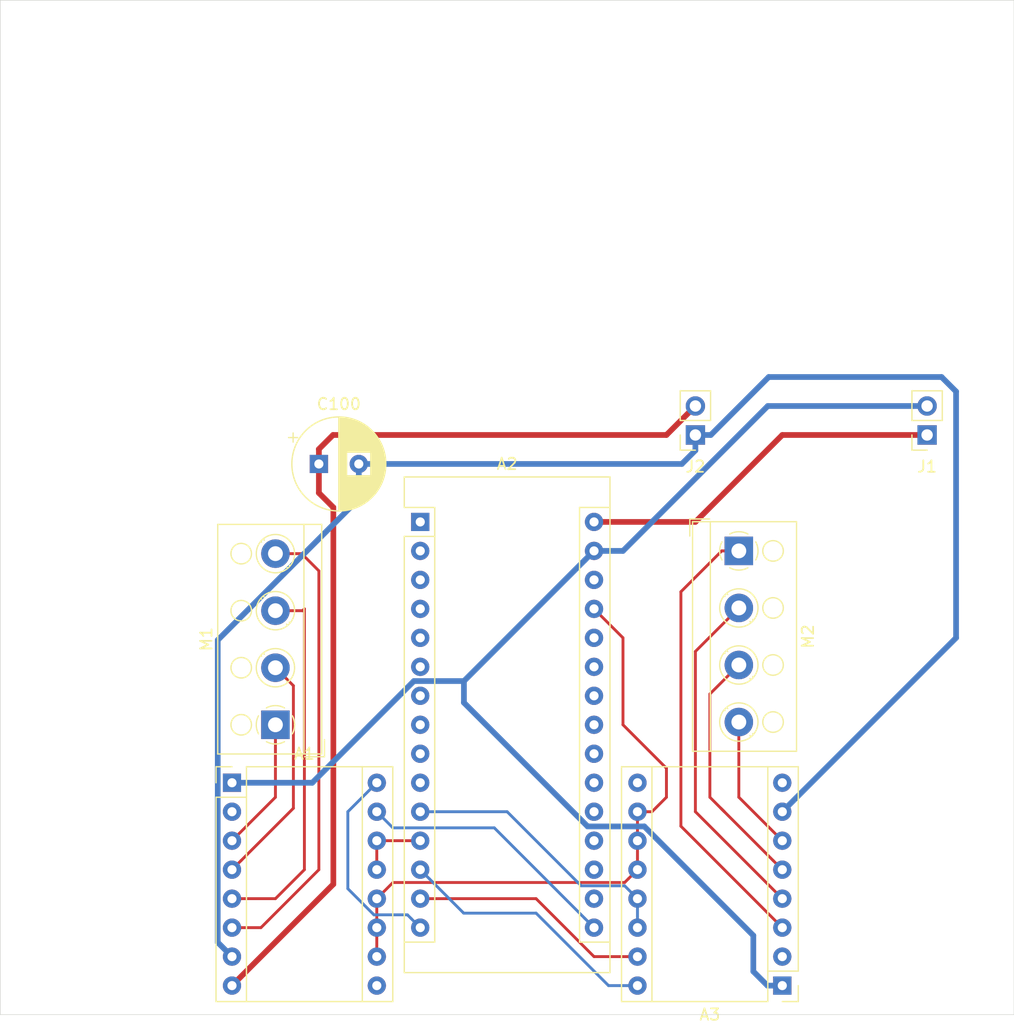
<source format=kicad_pcb>
(kicad_pcb (version 20171130) (host pcbnew 5.1.5)

  (general
    (thickness 1.6)
    (drawings 4)
    (tracks 111)
    (zones 0)
    (modules 8)
    (nets 46)
  )

  (page A4)
  (layers
    (0 F.Cu signal)
    (31 B.Cu signal)
    (32 B.Adhes user)
    (33 F.Adhes user)
    (34 B.Paste user)
    (35 F.Paste user)
    (36 B.SilkS user)
    (37 F.SilkS user)
    (38 B.Mask user)
    (39 F.Mask user)
    (40 Dwgs.User user)
    (41 Cmts.User user)
    (42 Eco1.User user)
    (43 Eco2.User user)
    (44 Edge.Cuts user)
    (45 Margin user)
    (46 B.CrtYd user)
    (47 F.CrtYd user)
    (48 B.Fab user)
    (49 F.Fab user)
  )

  (setup
    (last_trace_width 0.5)
    (user_trace_width 0.25)
    (user_trace_width 0.5)
    (trace_clearance 0.2)
    (zone_clearance 0.508)
    (zone_45_only no)
    (trace_min 0.25)
    (via_size 0.8)
    (via_drill 0.4)
    (via_min_size 0.4)
    (via_min_drill 0.3)
    (uvia_size 0.3)
    (uvia_drill 0.1)
    (uvias_allowed no)
    (uvia_min_size 0.2)
    (uvia_min_drill 0.1)
    (edge_width 0.05)
    (segment_width 0.2)
    (pcb_text_width 0.3)
    (pcb_text_size 1.5 1.5)
    (mod_edge_width 0.12)
    (mod_text_size 1 1)
    (mod_text_width 0.15)
    (pad_size 1.524 1.524)
    (pad_drill 0.762)
    (pad_to_mask_clearance 0.051)
    (solder_mask_min_width 0.25)
    (aux_axis_origin 0 0)
    (visible_elements 7FFDFFFF)
    (pcbplotparams
      (layerselection 0x010fc_ffffffff)
      (usegerberextensions false)
      (usegerberattributes false)
      (usegerberadvancedattributes false)
      (creategerberjobfile false)
      (excludeedgelayer true)
      (linewidth 0.100000)
      (plotframeref false)
      (viasonmask false)
      (mode 1)
      (useauxorigin false)
      (hpglpennumber 1)
      (hpglpenspeed 20)
      (hpglpendiameter 15.000000)
      (psnegative false)
      (psa4output false)
      (plotreference true)
      (plotvalue true)
      (plotinvisibletext false)
      (padsonsilk false)
      (subtractmaskfromsilk false)
      (outputformat 1)
      (mirror false)
      (drillshape 1)
      (scaleselection 1)
      (outputdirectory ""))
  )

  (net 0 "")
  (net 1 "Net-(A1-Pad16)")
  (net 2 +12V)
  (net 3 "Net-(A1-Pad15)")
  (net 4 GND)
  (net 5 "Net-(A1-Pad13)")
  (net 6 "Net-(A1-Pad6)")
  (net 7 "Net-(A1-Pad5)")
  (net 8 "Net-(A1-Pad10)")
  (net 9 "Net-(A1-Pad4)")
  (net 10 "Net-(A1-Pad3)")
  (net 11 "Net-(A1-Pad2)")
  (net 12 "Net-(A1-Pad9)")
  (net 13 "Net-(A1-Pad1)")
  (net 14 "Net-(A2-Pad30)")
  (net 15 "Net-(A2-Pad14)")
  (net 16 "Net-(A2-Pad13)")
  (net 17 "Net-(A2-Pad28)")
  (net 18 "Net-(A2-Pad11)")
  (net 19 "Net-(A2-Pad26)")
  (net 20 "Net-(A2-Pad10)")
  (net 21 "Net-(A2-Pad25)")
  (net 22 "Net-(A2-Pad9)")
  (net 23 "Net-(A2-Pad24)")
  (net 24 "Net-(A2-Pad8)")
  (net 25 "Net-(A2-Pad23)")
  (net 26 "Net-(A2-Pad7)")
  (net 27 "Net-(A2-Pad22)")
  (net 28 "Net-(A2-Pad6)")
  (net 29 "Net-(A2-Pad21)")
  (net 30 "Net-(A2-Pad5)")
  (net 31 "Net-(A2-Pad20)")
  (net 32 "Net-(A2-Pad4)")
  (net 33 "Net-(A2-Pad19)")
  (net 34 "Net-(A2-Pad3)")
  (net 35 "Net-(A2-Pad18)")
  (net 36 "Net-(A2-Pad2)")
  (net 37 "Net-(A2-Pad17)")
  (net 38 "Net-(A2-Pad1)")
  (net 39 "Net-(A3-Pad8)")
  (net 40 "Net-(A3-Pad6)")
  (net 41 "Net-(A3-Pad5)")
  (net 42 "Net-(A3-Pad4)")
  (net 43 "Net-(A3-Pad3)")
  (net 44 "Net-(A3-Pad2)")
  (net 45 "Net-(A3-Pad9)")

  (net_class Default "This is the default net class."
    (clearance 0.2)
    (trace_width 0.25)
    (via_dia 0.8)
    (via_drill 0.4)
    (uvia_dia 0.3)
    (uvia_drill 0.1)
    (diff_pair_width 0.25)
    (diff_pair_gap 0.25)
    (add_net GND)
    (add_net "Net-(A1-Pad1)")
    (add_net "Net-(A1-Pad10)")
    (add_net "Net-(A1-Pad13)")
    (add_net "Net-(A1-Pad15)")
    (add_net "Net-(A1-Pad16)")
    (add_net "Net-(A1-Pad2)")
    (add_net "Net-(A1-Pad3)")
    (add_net "Net-(A1-Pad4)")
    (add_net "Net-(A1-Pad5)")
    (add_net "Net-(A1-Pad6)")
    (add_net "Net-(A1-Pad9)")
    (add_net "Net-(A2-Pad1)")
    (add_net "Net-(A2-Pad10)")
    (add_net "Net-(A2-Pad11)")
    (add_net "Net-(A2-Pad13)")
    (add_net "Net-(A2-Pad14)")
    (add_net "Net-(A2-Pad17)")
    (add_net "Net-(A2-Pad18)")
    (add_net "Net-(A2-Pad19)")
    (add_net "Net-(A2-Pad2)")
    (add_net "Net-(A2-Pad20)")
    (add_net "Net-(A2-Pad21)")
    (add_net "Net-(A2-Pad22)")
    (add_net "Net-(A2-Pad23)")
    (add_net "Net-(A2-Pad24)")
    (add_net "Net-(A2-Pad25)")
    (add_net "Net-(A2-Pad26)")
    (add_net "Net-(A2-Pad28)")
    (add_net "Net-(A2-Pad3)")
    (add_net "Net-(A2-Pad30)")
    (add_net "Net-(A2-Pad4)")
    (add_net "Net-(A2-Pad5)")
    (add_net "Net-(A2-Pad6)")
    (add_net "Net-(A2-Pad7)")
    (add_net "Net-(A2-Pad8)")
    (add_net "Net-(A2-Pad9)")
    (add_net "Net-(A3-Pad2)")
    (add_net "Net-(A3-Pad3)")
    (add_net "Net-(A3-Pad4)")
    (add_net "Net-(A3-Pad5)")
    (add_net "Net-(A3-Pad6)")
    (add_net "Net-(A3-Pad8)")
    (add_net "Net-(A3-Pad9)")
  )

  (net_class Power ""
    (clearance 0.2)
    (trace_width 0.5)
    (via_dia 0.8)
    (via_drill 0.4)
    (uvia_dia 0.3)
    (uvia_drill 0.1)
    (diff_pair_width 0.5)
    (diff_pair_gap 0.25)
    (add_net +12V)
  )

  (module Module:Pololu_Breakout-16_15.2x20.3mm (layer F.Cu) (tedit 58AB602C) (tstamp 5E584039)
    (at 127 90.17)
    (descr "Pololu Breakout 16-pin 15.2x20.3mm 0.6x0.8\\")
    (tags "Pololu Breakout")
    (path /5E57F616)
    (fp_text reference A1 (at 6.35 -2.54) (layer F.SilkS)
      (effects (font (size 1 1) (thickness 0.15)))
    )
    (fp_text value Pololu_Breakout_DRV8825 (at 6.35 20.17) (layer F.Fab)
      (effects (font (size 1 1) (thickness 0.15)))
    )
    (fp_line (start 14.21 19.3) (end -1.53 19.3) (layer F.CrtYd) (width 0.05))
    (fp_line (start 14.21 19.3) (end 14.21 -1.52) (layer F.CrtYd) (width 0.05))
    (fp_line (start -1.53 -1.52) (end -1.53 19.3) (layer F.CrtYd) (width 0.05))
    (fp_line (start -1.53 -1.52) (end 14.21 -1.52) (layer F.CrtYd) (width 0.05))
    (fp_line (start -1.27 19.05) (end -1.27 0) (layer F.Fab) (width 0.1))
    (fp_line (start 13.97 19.05) (end -1.27 19.05) (layer F.Fab) (width 0.1))
    (fp_line (start 13.97 -1.27) (end 13.97 19.05) (layer F.Fab) (width 0.1))
    (fp_line (start 0 -1.27) (end 13.97 -1.27) (layer F.Fab) (width 0.1))
    (fp_line (start -1.27 0) (end 0 -1.27) (layer F.Fab) (width 0.1))
    (fp_line (start 14.1 -1.4) (end 1.27 -1.4) (layer F.SilkS) (width 0.12))
    (fp_line (start 14.1 19.18) (end 14.1 -1.4) (layer F.SilkS) (width 0.12))
    (fp_line (start -1.4 19.18) (end 14.1 19.18) (layer F.SilkS) (width 0.12))
    (fp_line (start -1.4 1.27) (end -1.4 19.18) (layer F.SilkS) (width 0.12))
    (fp_line (start 1.27 1.27) (end -1.4 1.27) (layer F.SilkS) (width 0.12))
    (fp_line (start 1.27 -1.4) (end 1.27 1.27) (layer F.SilkS) (width 0.12))
    (fp_line (start -1.4 -1.4) (end -1.4 0) (layer F.SilkS) (width 0.12))
    (fp_line (start 0 -1.4) (end -1.4 -1.4) (layer F.SilkS) (width 0.12))
    (fp_line (start 1.27 1.27) (end 1.27 19.18) (layer F.SilkS) (width 0.12))
    (fp_line (start 11.43 -1.4) (end 11.43 19.18) (layer F.SilkS) (width 0.12))
    (fp_text user %R (at 6.35 0) (layer F.Fab)
      (effects (font (size 1 1) (thickness 0.15)))
    )
    (pad 16 thru_hole oval (at 12.7 0) (size 1.6 1.6) (drill 0.8) (layers *.Cu *.Mask)
      (net 1 "Net-(A1-Pad16)"))
    (pad 8 thru_hole oval (at 0 17.78) (size 1.6 1.6) (drill 0.8) (layers *.Cu *.Mask)
      (net 2 +12V))
    (pad 15 thru_hole oval (at 12.7 2.54) (size 1.6 1.6) (drill 0.8) (layers *.Cu *.Mask)
      (net 3 "Net-(A1-Pad15)"))
    (pad 7 thru_hole oval (at 0 15.24) (size 1.6 1.6) (drill 0.8) (layers *.Cu *.Mask)
      (net 4 GND))
    (pad 14 thru_hole oval (at 12.7 5.08) (size 1.6 1.6) (drill 0.8) (layers *.Cu *.Mask)
      (net 5 "Net-(A1-Pad13)"))
    (pad 6 thru_hole oval (at 0 12.7) (size 1.6 1.6) (drill 0.8) (layers *.Cu *.Mask)
      (net 6 "Net-(A1-Pad6)"))
    (pad 13 thru_hole oval (at 12.7 7.62) (size 1.6 1.6) (drill 0.8) (layers *.Cu *.Mask)
      (net 5 "Net-(A1-Pad13)"))
    (pad 5 thru_hole oval (at 0 10.16) (size 1.6 1.6) (drill 0.8) (layers *.Cu *.Mask)
      (net 7 "Net-(A1-Pad5)"))
    (pad 12 thru_hole oval (at 12.7 10.16) (size 1.6 1.6) (drill 0.8) (layers *.Cu *.Mask)
      (net 8 "Net-(A1-Pad10)"))
    (pad 4 thru_hole oval (at 0 7.62) (size 1.6 1.6) (drill 0.8) (layers *.Cu *.Mask)
      (net 9 "Net-(A1-Pad4)"))
    (pad 11 thru_hole oval (at 12.7 12.7) (size 1.6 1.6) (drill 0.8) (layers *.Cu *.Mask)
      (net 8 "Net-(A1-Pad10)"))
    (pad 3 thru_hole oval (at 0 5.08) (size 1.6 1.6) (drill 0.8) (layers *.Cu *.Mask)
      (net 10 "Net-(A1-Pad3)"))
    (pad 10 thru_hole oval (at 12.7 15.24) (size 1.6 1.6) (drill 0.8) (layers *.Cu *.Mask)
      (net 8 "Net-(A1-Pad10)"))
    (pad 2 thru_hole oval (at 0 2.54) (size 1.6 1.6) (drill 0.8) (layers *.Cu *.Mask)
      (net 11 "Net-(A1-Pad2)"))
    (pad 9 thru_hole oval (at 12.7 17.78) (size 1.6 1.6) (drill 0.8) (layers *.Cu *.Mask)
      (net 12 "Net-(A1-Pad9)"))
    (pad 1 thru_hole rect (at 0 0) (size 1.6 1.6) (drill 0.8) (layers *.Cu *.Mask)
      (net 13 "Net-(A1-Pad1)"))
    (model ${KISYS3DMOD}/Module.3dshapes/Pololu_Breakout-16_15.2x20.3mm.wrl
      (at (xyz 0 0 0))
      (scale (xyz 1 1 1))
      (rotate (xyz 0 0 0))
    )
  )

  (module Connector_PinSocket_2.54mm:PinSocket_1x02_P2.54mm_Vertical (layer F.Cu) (tedit 5A19A420) (tstamp 5E5D52C7)
    (at 167.64 59.69 180)
    (descr "Through hole straight socket strip, 1x02, 2.54mm pitch, single row (from Kicad 4.0.7), script generated")
    (tags "Through hole socket strip THT 1x02 2.54mm single row")
    (path /5E5CF559)
    (fp_text reference J2 (at 0 -2.77) (layer F.SilkS)
      (effects (font (size 1 1) (thickness 0.15)))
    )
    (fp_text value - (at 0 5.31) (layer F.Fab)
      (effects (font (size 1 1) (thickness 0.15)))
    )
    (fp_text user %R (at 0 1.27 90) (layer F.Fab)
      (effects (font (size 1 1) (thickness 0.15)))
    )
    (fp_line (start -1.8 4.3) (end -1.8 -1.8) (layer F.CrtYd) (width 0.05))
    (fp_line (start 1.75 4.3) (end -1.8 4.3) (layer F.CrtYd) (width 0.05))
    (fp_line (start 1.75 -1.8) (end 1.75 4.3) (layer F.CrtYd) (width 0.05))
    (fp_line (start -1.8 -1.8) (end 1.75 -1.8) (layer F.CrtYd) (width 0.05))
    (fp_line (start 0 -1.33) (end 1.33 -1.33) (layer F.SilkS) (width 0.12))
    (fp_line (start 1.33 -1.33) (end 1.33 0) (layer F.SilkS) (width 0.12))
    (fp_line (start 1.33 1.27) (end 1.33 3.87) (layer F.SilkS) (width 0.12))
    (fp_line (start -1.33 3.87) (end 1.33 3.87) (layer F.SilkS) (width 0.12))
    (fp_line (start -1.33 1.27) (end -1.33 3.87) (layer F.SilkS) (width 0.12))
    (fp_line (start -1.33 1.27) (end 1.33 1.27) (layer F.SilkS) (width 0.12))
    (fp_line (start -1.27 3.81) (end -1.27 -1.27) (layer F.Fab) (width 0.1))
    (fp_line (start 1.27 3.81) (end -1.27 3.81) (layer F.Fab) (width 0.1))
    (fp_line (start 1.27 -0.635) (end 1.27 3.81) (layer F.Fab) (width 0.1))
    (fp_line (start 0.635 -1.27) (end 1.27 -0.635) (layer F.Fab) (width 0.1))
    (fp_line (start -1.27 -1.27) (end 0.635 -1.27) (layer F.Fab) (width 0.1))
    (pad 2 thru_hole oval (at 0 2.54 180) (size 1.7 1.7) (drill 1) (layers *.Cu *.Mask)
      (net 2 +12V))
    (pad 1 thru_hole rect (at 0 0 180) (size 1.7 1.7) (drill 1) (layers *.Cu *.Mask)
      (net 4 GND))
    (model ${KISYS3DMOD}/Connector_PinSocket_2.54mm.3dshapes/PinSocket_1x02_P2.54mm_Vertical.wrl
      (at (xyz 0 0 0))
      (scale (xyz 1 1 1))
      (rotate (xyz 0 0 0))
    )
  )

  (module Connector_PinSocket_2.54mm:PinSocket_1x02_P2.54mm_Vertical (layer F.Cu) (tedit 5A19A420) (tstamp 5E5D5306)
    (at 187.96 59.69 180)
    (descr "Through hole straight socket strip, 1x02, 2.54mm pitch, single row (from Kicad 4.0.7), script generated")
    (tags "Through hole socket strip THT 1x02 2.54mm single row")
    (path /5E5CDD52)
    (fp_text reference J1 (at 0 -2.77) (layer F.SilkS)
      (effects (font (size 1 1) (thickness 0.15)))
    )
    (fp_text value - (at 0 5.31) (layer F.Fab)
      (effects (font (size 1 1) (thickness 0.15)))
    )
    (fp_text user %R (at 0 1.27 90) (layer F.Fab)
      (effects (font (size 1 1) (thickness 0.15)))
    )
    (fp_line (start -1.8 4.3) (end -1.8 -1.8) (layer F.CrtYd) (width 0.05))
    (fp_line (start 1.75 4.3) (end -1.8 4.3) (layer F.CrtYd) (width 0.05))
    (fp_line (start 1.75 -1.8) (end 1.75 4.3) (layer F.CrtYd) (width 0.05))
    (fp_line (start -1.8 -1.8) (end 1.75 -1.8) (layer F.CrtYd) (width 0.05))
    (fp_line (start 0 -1.33) (end 1.33 -1.33) (layer F.SilkS) (width 0.12))
    (fp_line (start 1.33 -1.33) (end 1.33 0) (layer F.SilkS) (width 0.12))
    (fp_line (start 1.33 1.27) (end 1.33 3.87) (layer F.SilkS) (width 0.12))
    (fp_line (start -1.33 3.87) (end 1.33 3.87) (layer F.SilkS) (width 0.12))
    (fp_line (start -1.33 1.27) (end -1.33 3.87) (layer F.SilkS) (width 0.12))
    (fp_line (start -1.33 1.27) (end 1.33 1.27) (layer F.SilkS) (width 0.12))
    (fp_line (start -1.27 3.81) (end -1.27 -1.27) (layer F.Fab) (width 0.1))
    (fp_line (start 1.27 3.81) (end -1.27 3.81) (layer F.Fab) (width 0.1))
    (fp_line (start 1.27 -0.635) (end 1.27 3.81) (layer F.Fab) (width 0.1))
    (fp_line (start 0.635 -1.27) (end 1.27 -0.635) (layer F.Fab) (width 0.1))
    (fp_line (start -1.27 -1.27) (end 0.635 -1.27) (layer F.Fab) (width 0.1))
    (pad 2 thru_hole oval (at 0 2.54 180) (size 1.7 1.7) (drill 1) (layers *.Cu *.Mask)
      (net 13 "Net-(A1-Pad1)"))
    (pad 1 thru_hole rect (at 0 0 180) (size 1.7 1.7) (drill 1) (layers *.Cu *.Mask)
      (net 14 "Net-(A2-Pad30)"))
    (model ${KISYS3DMOD}/Connector_PinSocket_2.54mm.3dshapes/PinSocket_1x02_P2.54mm_Vertical.wrl
      (at (xyz 0 0 0))
      (scale (xyz 1 1 1))
      (rotate (xyz 0 0 0))
    )
  )

  (module TerminalBlock_RND:TerminalBlock_RND_205-00003_1x04_P5.00mm_Horizontal (layer F.Cu) (tedit 5B294F8D) (tstamp 5E5D4D32)
    (at 171.45 69.85 270)
    (descr "terminal block RND 205-00003, 4 pins, pitch 5mm, size 20x9mm^2, drill diamater 1.3mm, pad diameter 2.5mm, see http://cdn-reichelt.de/documents/datenblatt/C151/RND_205-00001_DB_EN.pdf, script-generated using https://github.com/pointhi/kicad-footprint-generator/scripts/TerminalBlock_RND")
    (tags "THT terminal block RND 205-00003 pitch 5mm size 20x9mm^2 drill 1.3mm pad 2.5mm")
    (path /5E59E960)
    (fp_text reference M2 (at 7.5 -6.06 90) (layer F.SilkS)
      (effects (font (size 1 1) (thickness 0.15)))
    )
    (fp_text value Stepper_Motor_bipolar (at 7.5 5.06 90) (layer F.Fab)
      (effects (font (size 1 1) (thickness 0.15)))
    )
    (fp_text user %R (at 7.5 -6.06 90) (layer F.Fab)
      (effects (font (size 1 1) (thickness 0.15)))
    )
    (fp_line (start 18 -5.5) (end -3 -5.5) (layer F.CrtYd) (width 0.05))
    (fp_line (start 18 4.5) (end 18 -5.5) (layer F.CrtYd) (width 0.05))
    (fp_line (start -3 4.5) (end 18 4.5) (layer F.CrtYd) (width 0.05))
    (fp_line (start -3 -5.5) (end -3 4.5) (layer F.CrtYd) (width 0.05))
    (fp_line (start -2.8 4.3) (end -1.3 4.3) (layer F.SilkS) (width 0.12))
    (fp_line (start -2.8 2.56) (end -2.8 4.3) (layer F.SilkS) (width 0.12))
    (fp_line (start 13.82 0.976) (end 13.726 1.069) (layer F.SilkS) (width 0.12))
    (fp_line (start 16.07 -1.275) (end 16.011 -1.216) (layer F.SilkS) (width 0.12))
    (fp_line (start 13.99 1.216) (end 13.931 1.274) (layer F.SilkS) (width 0.12))
    (fp_line (start 16.275 -1.069) (end 16.181 -0.976) (layer F.SilkS) (width 0.12))
    (fp_line (start 15.955 -1.138) (end 13.863 0.955) (layer F.Fab) (width 0.1))
    (fp_line (start 16.138 -0.955) (end 14.046 1.138) (layer F.Fab) (width 0.1))
    (fp_line (start 8.82 0.976) (end 8.726 1.069) (layer F.SilkS) (width 0.12))
    (fp_line (start 11.07 -1.275) (end 11.011 -1.216) (layer F.SilkS) (width 0.12))
    (fp_line (start 8.99 1.216) (end 8.931 1.274) (layer F.SilkS) (width 0.12))
    (fp_line (start 11.275 -1.069) (end 11.181 -0.976) (layer F.SilkS) (width 0.12))
    (fp_line (start 10.955 -1.138) (end 8.863 0.955) (layer F.Fab) (width 0.1))
    (fp_line (start 11.138 -0.955) (end 9.046 1.138) (layer F.Fab) (width 0.1))
    (fp_line (start 3.82 0.976) (end 3.726 1.069) (layer F.SilkS) (width 0.12))
    (fp_line (start 6.07 -1.275) (end 6.011 -1.216) (layer F.SilkS) (width 0.12))
    (fp_line (start 3.99 1.216) (end 3.931 1.274) (layer F.SilkS) (width 0.12))
    (fp_line (start 6.275 -1.069) (end 6.181 -0.976) (layer F.SilkS) (width 0.12))
    (fp_line (start 5.955 -1.138) (end 3.863 0.955) (layer F.Fab) (width 0.1))
    (fp_line (start 6.138 -0.955) (end 4.046 1.138) (layer F.Fab) (width 0.1))
    (fp_line (start 0.955 -1.138) (end -1.138 0.955) (layer F.Fab) (width 0.1))
    (fp_line (start 1.138 -0.955) (end -0.955 1.138) (layer F.Fab) (width 0.1))
    (fp_line (start 17.561 -5.06) (end 17.561 4.06) (layer F.SilkS) (width 0.12))
    (fp_line (start -2.56 -5.06) (end -2.56 4.06) (layer F.SilkS) (width 0.12))
    (fp_line (start -2.56 4.06) (end 17.561 4.06) (layer F.SilkS) (width 0.12))
    (fp_line (start -2.56 -5.06) (end 17.561 -5.06) (layer F.SilkS) (width 0.12))
    (fp_line (start -2.56 2.5) (end 17.561 2.5) (layer F.SilkS) (width 0.12))
    (fp_line (start -2.5 2.5) (end 17.5 2.5) (layer F.Fab) (width 0.1))
    (fp_line (start -2.5 2.5) (end -2.5 -5) (layer F.Fab) (width 0.1))
    (fp_line (start -1 4) (end -2.5 2.5) (layer F.Fab) (width 0.1))
    (fp_line (start 17.5 4) (end -1 4) (layer F.Fab) (width 0.1))
    (fp_line (start 17.5 -5) (end 17.5 4) (layer F.Fab) (width 0.1))
    (fp_line (start -2.5 -5) (end 17.5 -5) (layer F.Fab) (width 0.1))
    (fp_circle (center 15 -3) (end 15.9 -3) (layer F.SilkS) (width 0.12))
    (fp_circle (center 15 -3) (end 15.9 -3) (layer F.Fab) (width 0.1))
    (fp_circle (center 15 0) (end 16.68 0) (layer F.SilkS) (width 0.12))
    (fp_circle (center 15 0) (end 16.5 0) (layer F.Fab) (width 0.1))
    (fp_circle (center 10 -3) (end 10.9 -3) (layer F.SilkS) (width 0.12))
    (fp_circle (center 10 -3) (end 10.9 -3) (layer F.Fab) (width 0.1))
    (fp_circle (center 10 0) (end 11.68 0) (layer F.SilkS) (width 0.12))
    (fp_circle (center 10 0) (end 11.5 0) (layer F.Fab) (width 0.1))
    (fp_circle (center 5 -3) (end 5.9 -3) (layer F.SilkS) (width 0.12))
    (fp_circle (center 5 -3) (end 5.9 -3) (layer F.Fab) (width 0.1))
    (fp_circle (center 5 0) (end 6.68 0) (layer F.SilkS) (width 0.12))
    (fp_circle (center 5 0) (end 6.5 0) (layer F.Fab) (width 0.1))
    (fp_circle (center 0 -3) (end 0.9 -3) (layer F.SilkS) (width 0.12))
    (fp_circle (center 0 -3) (end 0.9 -3) (layer F.Fab) (width 0.1))
    (fp_circle (center 0 0) (end 1.5 0) (layer F.Fab) (width 0.1))
    (fp_arc (start 0 0) (end -0.789 1.484) (angle -29) (layer F.SilkS) (width 0.12))
    (fp_arc (start 0 0) (end -1.484 -0.789) (angle -56) (layer F.SilkS) (width 0.12))
    (fp_arc (start 0 0) (end 0.789 -1.484) (angle -56) (layer F.SilkS) (width 0.12))
    (fp_arc (start 0 0) (end 1.484 0.789) (angle -56) (layer F.SilkS) (width 0.12))
    (fp_arc (start 0 0) (end 0 1.68) (angle -28) (layer F.SilkS) (width 0.12))
    (pad 4 thru_hole circle (at 15 0 270) (size 2.5 2.5) (drill 1.3) (layers *.Cu *.Mask)
      (net 40 "Net-(A3-Pad6)"))
    (pad 3 thru_hole circle (at 10 0 270) (size 2.5 2.5) (drill 1.3) (layers *.Cu *.Mask)
      (net 41 "Net-(A3-Pad5)"))
    (pad 2 thru_hole circle (at 5 0 270) (size 2.5 2.5) (drill 1.3) (layers *.Cu *.Mask)
      (net 42 "Net-(A3-Pad4)"))
    (pad 1 thru_hole rect (at 0 0 270) (size 2.5 2.5) (drill 1.3) (layers *.Cu *.Mask)
      (net 43 "Net-(A3-Pad3)"))
    (model ${KISYS3DMOD}/TerminalBlock_RND.3dshapes/TerminalBlock_RND_205-00003_1x04_P5.00mm_Horizontal.wrl
      (at (xyz 0 0 0))
      (scale (xyz 1 1 1))
      (rotate (xyz 0 0 0))
    )
  )

  (module TerminalBlock_RND:TerminalBlock_RND_205-00003_1x04_P5.00mm_Horizontal (layer F.Cu) (tedit 5B294F8D) (tstamp 5E5841F5)
    (at 130.81 85.09 90)
    (descr "terminal block RND 205-00003, 4 pins, pitch 5mm, size 20x9mm^2, drill diamater 1.3mm, pad diameter 2.5mm, see http://cdn-reichelt.de/documents/datenblatt/C151/RND_205-00001_DB_EN.pdf, script-generated using https://github.com/pointhi/kicad-footprint-generator/scripts/TerminalBlock_RND")
    (tags "THT terminal block RND 205-00003 pitch 5mm size 20x9mm^2 drill 1.3mm pad 2.5mm")
    (path /5E59BB5D)
    (fp_text reference M1 (at 7.5 -6.06 90) (layer F.SilkS)
      (effects (font (size 1 1) (thickness 0.15)))
    )
    (fp_text value Stepper_Motor_bipolar (at 7.5 5.06 90) (layer F.Fab)
      (effects (font (size 1 1) (thickness 0.15)))
    )
    (fp_text user %R (at 7.5 -6.06 90) (layer F.Fab)
      (effects (font (size 1 1) (thickness 0.15)))
    )
    (fp_line (start 18 -5.5) (end -3 -5.5) (layer F.CrtYd) (width 0.05))
    (fp_line (start 18 4.5) (end 18 -5.5) (layer F.CrtYd) (width 0.05))
    (fp_line (start -3 4.5) (end 18 4.5) (layer F.CrtYd) (width 0.05))
    (fp_line (start -3 -5.5) (end -3 4.5) (layer F.CrtYd) (width 0.05))
    (fp_line (start -2.8 4.3) (end -1.3 4.3) (layer F.SilkS) (width 0.12))
    (fp_line (start -2.8 2.56) (end -2.8 4.3) (layer F.SilkS) (width 0.12))
    (fp_line (start 13.82 0.976) (end 13.726 1.069) (layer F.SilkS) (width 0.12))
    (fp_line (start 16.07 -1.275) (end 16.011 -1.216) (layer F.SilkS) (width 0.12))
    (fp_line (start 13.99 1.216) (end 13.931 1.274) (layer F.SilkS) (width 0.12))
    (fp_line (start 16.275 -1.069) (end 16.181 -0.976) (layer F.SilkS) (width 0.12))
    (fp_line (start 15.955 -1.138) (end 13.863 0.955) (layer F.Fab) (width 0.1))
    (fp_line (start 16.138 -0.955) (end 14.046 1.138) (layer F.Fab) (width 0.1))
    (fp_line (start 8.82 0.976) (end 8.726 1.069) (layer F.SilkS) (width 0.12))
    (fp_line (start 11.07 -1.275) (end 11.011 -1.216) (layer F.SilkS) (width 0.12))
    (fp_line (start 8.99 1.216) (end 8.931 1.274) (layer F.SilkS) (width 0.12))
    (fp_line (start 11.275 -1.069) (end 11.181 -0.976) (layer F.SilkS) (width 0.12))
    (fp_line (start 10.955 -1.138) (end 8.863 0.955) (layer F.Fab) (width 0.1))
    (fp_line (start 11.138 -0.955) (end 9.046 1.138) (layer F.Fab) (width 0.1))
    (fp_line (start 3.82 0.976) (end 3.726 1.069) (layer F.SilkS) (width 0.12))
    (fp_line (start 6.07 -1.275) (end 6.011 -1.216) (layer F.SilkS) (width 0.12))
    (fp_line (start 3.99 1.216) (end 3.931 1.274) (layer F.SilkS) (width 0.12))
    (fp_line (start 6.275 -1.069) (end 6.181 -0.976) (layer F.SilkS) (width 0.12))
    (fp_line (start 5.955 -1.138) (end 3.863 0.955) (layer F.Fab) (width 0.1))
    (fp_line (start 6.138 -0.955) (end 4.046 1.138) (layer F.Fab) (width 0.1))
    (fp_line (start 0.955 -1.138) (end -1.138 0.955) (layer F.Fab) (width 0.1))
    (fp_line (start 1.138 -0.955) (end -0.955 1.138) (layer F.Fab) (width 0.1))
    (fp_line (start 17.561 -5.06) (end 17.561 4.06) (layer F.SilkS) (width 0.12))
    (fp_line (start -2.56 -5.06) (end -2.56 4.06) (layer F.SilkS) (width 0.12))
    (fp_line (start -2.56 4.06) (end 17.561 4.06) (layer F.SilkS) (width 0.12))
    (fp_line (start -2.56 -5.06) (end 17.561 -5.06) (layer F.SilkS) (width 0.12))
    (fp_line (start -2.56 2.5) (end 17.561 2.5) (layer F.SilkS) (width 0.12))
    (fp_line (start -2.5 2.5) (end 17.5 2.5) (layer F.Fab) (width 0.1))
    (fp_line (start -2.5 2.5) (end -2.5 -5) (layer F.Fab) (width 0.1))
    (fp_line (start -1 4) (end -2.5 2.5) (layer F.Fab) (width 0.1))
    (fp_line (start 17.5 4) (end -1 4) (layer F.Fab) (width 0.1))
    (fp_line (start 17.5 -5) (end 17.5 4) (layer F.Fab) (width 0.1))
    (fp_line (start -2.5 -5) (end 17.5 -5) (layer F.Fab) (width 0.1))
    (fp_circle (center 15 -3) (end 15.9 -3) (layer F.SilkS) (width 0.12))
    (fp_circle (center 15 -3) (end 15.9 -3) (layer F.Fab) (width 0.1))
    (fp_circle (center 15 0) (end 16.68 0) (layer F.SilkS) (width 0.12))
    (fp_circle (center 15 0) (end 16.5 0) (layer F.Fab) (width 0.1))
    (fp_circle (center 10 -3) (end 10.9 -3) (layer F.SilkS) (width 0.12))
    (fp_circle (center 10 -3) (end 10.9 -3) (layer F.Fab) (width 0.1))
    (fp_circle (center 10 0) (end 11.68 0) (layer F.SilkS) (width 0.12))
    (fp_circle (center 10 0) (end 11.5 0) (layer F.Fab) (width 0.1))
    (fp_circle (center 5 -3) (end 5.9 -3) (layer F.SilkS) (width 0.12))
    (fp_circle (center 5 -3) (end 5.9 -3) (layer F.Fab) (width 0.1))
    (fp_circle (center 5 0) (end 6.68 0) (layer F.SilkS) (width 0.12))
    (fp_circle (center 5 0) (end 6.5 0) (layer F.Fab) (width 0.1))
    (fp_circle (center 0 -3) (end 0.9 -3) (layer F.SilkS) (width 0.12))
    (fp_circle (center 0 -3) (end 0.9 -3) (layer F.Fab) (width 0.1))
    (fp_circle (center 0 0) (end 1.5 0) (layer F.Fab) (width 0.1))
    (fp_arc (start 0 0) (end -0.789 1.484) (angle -29) (layer F.SilkS) (width 0.12))
    (fp_arc (start 0 0) (end -1.484 -0.789) (angle -56) (layer F.SilkS) (width 0.12))
    (fp_arc (start 0 0) (end 0.789 -1.484) (angle -56) (layer F.SilkS) (width 0.12))
    (fp_arc (start 0 0) (end 1.484 0.789) (angle -56) (layer F.SilkS) (width 0.12))
    (fp_arc (start 0 0) (end 0 1.68) (angle -28) (layer F.SilkS) (width 0.12))
    (pad 4 thru_hole circle (at 15 0 90) (size 2.5 2.5) (drill 1.3) (layers *.Cu *.Mask)
      (net 6 "Net-(A1-Pad6)"))
    (pad 3 thru_hole circle (at 10 0 90) (size 2.5 2.5) (drill 1.3) (layers *.Cu *.Mask)
      (net 7 "Net-(A1-Pad5)"))
    (pad 2 thru_hole circle (at 5 0 90) (size 2.5 2.5) (drill 1.3) (layers *.Cu *.Mask)
      (net 9 "Net-(A1-Pad4)"))
    (pad 1 thru_hole rect (at 0 0 90) (size 2.5 2.5) (drill 1.3) (layers *.Cu *.Mask)
      (net 10 "Net-(A1-Pad3)"))
    (model ${KISYS3DMOD}/TerminalBlock_RND.3dshapes/TerminalBlock_RND_205-00003_1x04_P5.00mm_Horizontal.wrl
      (at (xyz 0 0 0))
      (scale (xyz 1 1 1))
      (rotate (xyz 0 0 0))
    )
  )

  (module Capacitor_THT:CP_Radial_D8.0mm_P3.50mm (layer F.Cu) (tedit 5AE50EF0) (tstamp 5E5B9399)
    (at 134.62 62.23)
    (descr "CP, Radial series, Radial, pin pitch=3.50mm, , diameter=8mm, Electrolytic Capacitor")
    (tags "CP Radial series Radial pin pitch 3.50mm  diameter 8mm Electrolytic Capacitor")
    (path /5E5BD409)
    (fp_text reference C100 (at 1.75 -5.25) (layer F.SilkS)
      (effects (font (size 1 1) (thickness 0.15)))
    )
    (fp_text value CP (at 1.75 5.25) (layer F.Fab)
      (effects (font (size 1 1) (thickness 0.15)))
    )
    (fp_text user %R (at 1.75 0) (layer F.Fab)
      (effects (font (size 1 1) (thickness 0.15)))
    )
    (fp_line (start -2.259698 -2.715) (end -2.259698 -1.915) (layer F.SilkS) (width 0.12))
    (fp_line (start -2.659698 -2.315) (end -1.859698 -2.315) (layer F.SilkS) (width 0.12))
    (fp_line (start 5.831 -0.533) (end 5.831 0.533) (layer F.SilkS) (width 0.12))
    (fp_line (start 5.791 -0.768) (end 5.791 0.768) (layer F.SilkS) (width 0.12))
    (fp_line (start 5.751 -0.948) (end 5.751 0.948) (layer F.SilkS) (width 0.12))
    (fp_line (start 5.711 -1.098) (end 5.711 1.098) (layer F.SilkS) (width 0.12))
    (fp_line (start 5.671 -1.229) (end 5.671 1.229) (layer F.SilkS) (width 0.12))
    (fp_line (start 5.631 -1.346) (end 5.631 1.346) (layer F.SilkS) (width 0.12))
    (fp_line (start 5.591 -1.453) (end 5.591 1.453) (layer F.SilkS) (width 0.12))
    (fp_line (start 5.551 -1.552) (end 5.551 1.552) (layer F.SilkS) (width 0.12))
    (fp_line (start 5.511 -1.645) (end 5.511 1.645) (layer F.SilkS) (width 0.12))
    (fp_line (start 5.471 -1.731) (end 5.471 1.731) (layer F.SilkS) (width 0.12))
    (fp_line (start 5.431 -1.813) (end 5.431 1.813) (layer F.SilkS) (width 0.12))
    (fp_line (start 5.391 -1.89) (end 5.391 1.89) (layer F.SilkS) (width 0.12))
    (fp_line (start 5.351 -1.964) (end 5.351 1.964) (layer F.SilkS) (width 0.12))
    (fp_line (start 5.311 -2.034) (end 5.311 2.034) (layer F.SilkS) (width 0.12))
    (fp_line (start 5.271 -2.102) (end 5.271 2.102) (layer F.SilkS) (width 0.12))
    (fp_line (start 5.231 -2.166) (end 5.231 2.166) (layer F.SilkS) (width 0.12))
    (fp_line (start 5.191 -2.228) (end 5.191 2.228) (layer F.SilkS) (width 0.12))
    (fp_line (start 5.151 -2.287) (end 5.151 2.287) (layer F.SilkS) (width 0.12))
    (fp_line (start 5.111 -2.345) (end 5.111 2.345) (layer F.SilkS) (width 0.12))
    (fp_line (start 5.071 -2.4) (end 5.071 2.4) (layer F.SilkS) (width 0.12))
    (fp_line (start 5.031 -2.454) (end 5.031 2.454) (layer F.SilkS) (width 0.12))
    (fp_line (start 4.991 -2.505) (end 4.991 2.505) (layer F.SilkS) (width 0.12))
    (fp_line (start 4.951 -2.556) (end 4.951 2.556) (layer F.SilkS) (width 0.12))
    (fp_line (start 4.911 -2.604) (end 4.911 2.604) (layer F.SilkS) (width 0.12))
    (fp_line (start 4.871 -2.651) (end 4.871 2.651) (layer F.SilkS) (width 0.12))
    (fp_line (start 4.831 -2.697) (end 4.831 2.697) (layer F.SilkS) (width 0.12))
    (fp_line (start 4.791 -2.741) (end 4.791 2.741) (layer F.SilkS) (width 0.12))
    (fp_line (start 4.751 -2.784) (end 4.751 2.784) (layer F.SilkS) (width 0.12))
    (fp_line (start 4.711 -2.826) (end 4.711 2.826) (layer F.SilkS) (width 0.12))
    (fp_line (start 4.671 -2.867) (end 4.671 2.867) (layer F.SilkS) (width 0.12))
    (fp_line (start 4.631 -2.907) (end 4.631 2.907) (layer F.SilkS) (width 0.12))
    (fp_line (start 4.591 -2.945) (end 4.591 2.945) (layer F.SilkS) (width 0.12))
    (fp_line (start 4.551 -2.983) (end 4.551 2.983) (layer F.SilkS) (width 0.12))
    (fp_line (start 4.511 1.04) (end 4.511 3.019) (layer F.SilkS) (width 0.12))
    (fp_line (start 4.511 -3.019) (end 4.511 -1.04) (layer F.SilkS) (width 0.12))
    (fp_line (start 4.471 1.04) (end 4.471 3.055) (layer F.SilkS) (width 0.12))
    (fp_line (start 4.471 -3.055) (end 4.471 -1.04) (layer F.SilkS) (width 0.12))
    (fp_line (start 4.431 1.04) (end 4.431 3.09) (layer F.SilkS) (width 0.12))
    (fp_line (start 4.431 -3.09) (end 4.431 -1.04) (layer F.SilkS) (width 0.12))
    (fp_line (start 4.391 1.04) (end 4.391 3.124) (layer F.SilkS) (width 0.12))
    (fp_line (start 4.391 -3.124) (end 4.391 -1.04) (layer F.SilkS) (width 0.12))
    (fp_line (start 4.351 1.04) (end 4.351 3.156) (layer F.SilkS) (width 0.12))
    (fp_line (start 4.351 -3.156) (end 4.351 -1.04) (layer F.SilkS) (width 0.12))
    (fp_line (start 4.311 1.04) (end 4.311 3.189) (layer F.SilkS) (width 0.12))
    (fp_line (start 4.311 -3.189) (end 4.311 -1.04) (layer F.SilkS) (width 0.12))
    (fp_line (start 4.271 1.04) (end 4.271 3.22) (layer F.SilkS) (width 0.12))
    (fp_line (start 4.271 -3.22) (end 4.271 -1.04) (layer F.SilkS) (width 0.12))
    (fp_line (start 4.231 1.04) (end 4.231 3.25) (layer F.SilkS) (width 0.12))
    (fp_line (start 4.231 -3.25) (end 4.231 -1.04) (layer F.SilkS) (width 0.12))
    (fp_line (start 4.191 1.04) (end 4.191 3.28) (layer F.SilkS) (width 0.12))
    (fp_line (start 4.191 -3.28) (end 4.191 -1.04) (layer F.SilkS) (width 0.12))
    (fp_line (start 4.151 1.04) (end 4.151 3.309) (layer F.SilkS) (width 0.12))
    (fp_line (start 4.151 -3.309) (end 4.151 -1.04) (layer F.SilkS) (width 0.12))
    (fp_line (start 4.111 1.04) (end 4.111 3.338) (layer F.SilkS) (width 0.12))
    (fp_line (start 4.111 -3.338) (end 4.111 -1.04) (layer F.SilkS) (width 0.12))
    (fp_line (start 4.071 1.04) (end 4.071 3.365) (layer F.SilkS) (width 0.12))
    (fp_line (start 4.071 -3.365) (end 4.071 -1.04) (layer F.SilkS) (width 0.12))
    (fp_line (start 4.031 1.04) (end 4.031 3.392) (layer F.SilkS) (width 0.12))
    (fp_line (start 4.031 -3.392) (end 4.031 -1.04) (layer F.SilkS) (width 0.12))
    (fp_line (start 3.991 1.04) (end 3.991 3.418) (layer F.SilkS) (width 0.12))
    (fp_line (start 3.991 -3.418) (end 3.991 -1.04) (layer F.SilkS) (width 0.12))
    (fp_line (start 3.951 1.04) (end 3.951 3.444) (layer F.SilkS) (width 0.12))
    (fp_line (start 3.951 -3.444) (end 3.951 -1.04) (layer F.SilkS) (width 0.12))
    (fp_line (start 3.911 1.04) (end 3.911 3.469) (layer F.SilkS) (width 0.12))
    (fp_line (start 3.911 -3.469) (end 3.911 -1.04) (layer F.SilkS) (width 0.12))
    (fp_line (start 3.871 1.04) (end 3.871 3.493) (layer F.SilkS) (width 0.12))
    (fp_line (start 3.871 -3.493) (end 3.871 -1.04) (layer F.SilkS) (width 0.12))
    (fp_line (start 3.831 1.04) (end 3.831 3.517) (layer F.SilkS) (width 0.12))
    (fp_line (start 3.831 -3.517) (end 3.831 -1.04) (layer F.SilkS) (width 0.12))
    (fp_line (start 3.791 1.04) (end 3.791 3.54) (layer F.SilkS) (width 0.12))
    (fp_line (start 3.791 -3.54) (end 3.791 -1.04) (layer F.SilkS) (width 0.12))
    (fp_line (start 3.751 1.04) (end 3.751 3.562) (layer F.SilkS) (width 0.12))
    (fp_line (start 3.751 -3.562) (end 3.751 -1.04) (layer F.SilkS) (width 0.12))
    (fp_line (start 3.711 1.04) (end 3.711 3.584) (layer F.SilkS) (width 0.12))
    (fp_line (start 3.711 -3.584) (end 3.711 -1.04) (layer F.SilkS) (width 0.12))
    (fp_line (start 3.671 1.04) (end 3.671 3.606) (layer F.SilkS) (width 0.12))
    (fp_line (start 3.671 -3.606) (end 3.671 -1.04) (layer F.SilkS) (width 0.12))
    (fp_line (start 3.631 1.04) (end 3.631 3.627) (layer F.SilkS) (width 0.12))
    (fp_line (start 3.631 -3.627) (end 3.631 -1.04) (layer F.SilkS) (width 0.12))
    (fp_line (start 3.591 1.04) (end 3.591 3.647) (layer F.SilkS) (width 0.12))
    (fp_line (start 3.591 -3.647) (end 3.591 -1.04) (layer F.SilkS) (width 0.12))
    (fp_line (start 3.551 1.04) (end 3.551 3.666) (layer F.SilkS) (width 0.12))
    (fp_line (start 3.551 -3.666) (end 3.551 -1.04) (layer F.SilkS) (width 0.12))
    (fp_line (start 3.511 1.04) (end 3.511 3.686) (layer F.SilkS) (width 0.12))
    (fp_line (start 3.511 -3.686) (end 3.511 -1.04) (layer F.SilkS) (width 0.12))
    (fp_line (start 3.471 1.04) (end 3.471 3.704) (layer F.SilkS) (width 0.12))
    (fp_line (start 3.471 -3.704) (end 3.471 -1.04) (layer F.SilkS) (width 0.12))
    (fp_line (start 3.431 1.04) (end 3.431 3.722) (layer F.SilkS) (width 0.12))
    (fp_line (start 3.431 -3.722) (end 3.431 -1.04) (layer F.SilkS) (width 0.12))
    (fp_line (start 3.391 1.04) (end 3.391 3.74) (layer F.SilkS) (width 0.12))
    (fp_line (start 3.391 -3.74) (end 3.391 -1.04) (layer F.SilkS) (width 0.12))
    (fp_line (start 3.351 1.04) (end 3.351 3.757) (layer F.SilkS) (width 0.12))
    (fp_line (start 3.351 -3.757) (end 3.351 -1.04) (layer F.SilkS) (width 0.12))
    (fp_line (start 3.311 1.04) (end 3.311 3.774) (layer F.SilkS) (width 0.12))
    (fp_line (start 3.311 -3.774) (end 3.311 -1.04) (layer F.SilkS) (width 0.12))
    (fp_line (start 3.271 1.04) (end 3.271 3.79) (layer F.SilkS) (width 0.12))
    (fp_line (start 3.271 -3.79) (end 3.271 -1.04) (layer F.SilkS) (width 0.12))
    (fp_line (start 3.231 1.04) (end 3.231 3.805) (layer F.SilkS) (width 0.12))
    (fp_line (start 3.231 -3.805) (end 3.231 -1.04) (layer F.SilkS) (width 0.12))
    (fp_line (start 3.191 1.04) (end 3.191 3.821) (layer F.SilkS) (width 0.12))
    (fp_line (start 3.191 -3.821) (end 3.191 -1.04) (layer F.SilkS) (width 0.12))
    (fp_line (start 3.151 1.04) (end 3.151 3.835) (layer F.SilkS) (width 0.12))
    (fp_line (start 3.151 -3.835) (end 3.151 -1.04) (layer F.SilkS) (width 0.12))
    (fp_line (start 3.111 1.04) (end 3.111 3.85) (layer F.SilkS) (width 0.12))
    (fp_line (start 3.111 -3.85) (end 3.111 -1.04) (layer F.SilkS) (width 0.12))
    (fp_line (start 3.071 1.04) (end 3.071 3.863) (layer F.SilkS) (width 0.12))
    (fp_line (start 3.071 -3.863) (end 3.071 -1.04) (layer F.SilkS) (width 0.12))
    (fp_line (start 3.031 1.04) (end 3.031 3.877) (layer F.SilkS) (width 0.12))
    (fp_line (start 3.031 -3.877) (end 3.031 -1.04) (layer F.SilkS) (width 0.12))
    (fp_line (start 2.991 1.04) (end 2.991 3.889) (layer F.SilkS) (width 0.12))
    (fp_line (start 2.991 -3.889) (end 2.991 -1.04) (layer F.SilkS) (width 0.12))
    (fp_line (start 2.951 1.04) (end 2.951 3.902) (layer F.SilkS) (width 0.12))
    (fp_line (start 2.951 -3.902) (end 2.951 -1.04) (layer F.SilkS) (width 0.12))
    (fp_line (start 2.911 1.04) (end 2.911 3.914) (layer F.SilkS) (width 0.12))
    (fp_line (start 2.911 -3.914) (end 2.911 -1.04) (layer F.SilkS) (width 0.12))
    (fp_line (start 2.871 1.04) (end 2.871 3.925) (layer F.SilkS) (width 0.12))
    (fp_line (start 2.871 -3.925) (end 2.871 -1.04) (layer F.SilkS) (width 0.12))
    (fp_line (start 2.831 1.04) (end 2.831 3.936) (layer F.SilkS) (width 0.12))
    (fp_line (start 2.831 -3.936) (end 2.831 -1.04) (layer F.SilkS) (width 0.12))
    (fp_line (start 2.791 1.04) (end 2.791 3.947) (layer F.SilkS) (width 0.12))
    (fp_line (start 2.791 -3.947) (end 2.791 -1.04) (layer F.SilkS) (width 0.12))
    (fp_line (start 2.751 1.04) (end 2.751 3.957) (layer F.SilkS) (width 0.12))
    (fp_line (start 2.751 -3.957) (end 2.751 -1.04) (layer F.SilkS) (width 0.12))
    (fp_line (start 2.711 1.04) (end 2.711 3.967) (layer F.SilkS) (width 0.12))
    (fp_line (start 2.711 -3.967) (end 2.711 -1.04) (layer F.SilkS) (width 0.12))
    (fp_line (start 2.671 1.04) (end 2.671 3.976) (layer F.SilkS) (width 0.12))
    (fp_line (start 2.671 -3.976) (end 2.671 -1.04) (layer F.SilkS) (width 0.12))
    (fp_line (start 2.631 1.04) (end 2.631 3.985) (layer F.SilkS) (width 0.12))
    (fp_line (start 2.631 -3.985) (end 2.631 -1.04) (layer F.SilkS) (width 0.12))
    (fp_line (start 2.591 1.04) (end 2.591 3.994) (layer F.SilkS) (width 0.12))
    (fp_line (start 2.591 -3.994) (end 2.591 -1.04) (layer F.SilkS) (width 0.12))
    (fp_line (start 2.551 1.04) (end 2.551 4.002) (layer F.SilkS) (width 0.12))
    (fp_line (start 2.551 -4.002) (end 2.551 -1.04) (layer F.SilkS) (width 0.12))
    (fp_line (start 2.511 1.04) (end 2.511 4.01) (layer F.SilkS) (width 0.12))
    (fp_line (start 2.511 -4.01) (end 2.511 -1.04) (layer F.SilkS) (width 0.12))
    (fp_line (start 2.471 1.04) (end 2.471 4.017) (layer F.SilkS) (width 0.12))
    (fp_line (start 2.471 -4.017) (end 2.471 -1.04) (layer F.SilkS) (width 0.12))
    (fp_line (start 2.43 -4.024) (end 2.43 4.024) (layer F.SilkS) (width 0.12))
    (fp_line (start 2.39 -4.03) (end 2.39 4.03) (layer F.SilkS) (width 0.12))
    (fp_line (start 2.35 -4.037) (end 2.35 4.037) (layer F.SilkS) (width 0.12))
    (fp_line (start 2.31 -4.042) (end 2.31 4.042) (layer F.SilkS) (width 0.12))
    (fp_line (start 2.27 -4.048) (end 2.27 4.048) (layer F.SilkS) (width 0.12))
    (fp_line (start 2.23 -4.052) (end 2.23 4.052) (layer F.SilkS) (width 0.12))
    (fp_line (start 2.19 -4.057) (end 2.19 4.057) (layer F.SilkS) (width 0.12))
    (fp_line (start 2.15 -4.061) (end 2.15 4.061) (layer F.SilkS) (width 0.12))
    (fp_line (start 2.11 -4.065) (end 2.11 4.065) (layer F.SilkS) (width 0.12))
    (fp_line (start 2.07 -4.068) (end 2.07 4.068) (layer F.SilkS) (width 0.12))
    (fp_line (start 2.03 -4.071) (end 2.03 4.071) (layer F.SilkS) (width 0.12))
    (fp_line (start 1.99 -4.074) (end 1.99 4.074) (layer F.SilkS) (width 0.12))
    (fp_line (start 1.95 -4.076) (end 1.95 4.076) (layer F.SilkS) (width 0.12))
    (fp_line (start 1.91 -4.077) (end 1.91 4.077) (layer F.SilkS) (width 0.12))
    (fp_line (start 1.87 -4.079) (end 1.87 4.079) (layer F.SilkS) (width 0.12))
    (fp_line (start 1.83 -4.08) (end 1.83 4.08) (layer F.SilkS) (width 0.12))
    (fp_line (start 1.79 -4.08) (end 1.79 4.08) (layer F.SilkS) (width 0.12))
    (fp_line (start 1.75 -4.08) (end 1.75 4.08) (layer F.SilkS) (width 0.12))
    (fp_line (start -1.276759 -2.1475) (end -1.276759 -1.3475) (layer F.Fab) (width 0.1))
    (fp_line (start -1.676759 -1.7475) (end -0.876759 -1.7475) (layer F.Fab) (width 0.1))
    (fp_circle (center 1.75 0) (end 6 0) (layer F.CrtYd) (width 0.05))
    (fp_circle (center 1.75 0) (end 5.87 0) (layer F.SilkS) (width 0.12))
    (fp_circle (center 1.75 0) (end 5.75 0) (layer F.Fab) (width 0.1))
    (pad 2 thru_hole circle (at 3.5 0) (size 1.6 1.6) (drill 0.8) (layers *.Cu *.Mask)
      (net 4 GND))
    (pad 1 thru_hole rect (at 0 0) (size 1.6 1.6) (drill 0.8) (layers *.Cu *.Mask)
      (net 2 +12V))
    (model ${KISYS3DMOD}/Capacitor_THT.3dshapes/CP_Radial_D8.0mm_P3.50mm.wrl
      (at (xyz 0 0 0))
      (scale (xyz 1 1 1))
      (rotate (xyz 0 0 0))
    )
  )

  (module Module:Pololu_Breakout-16_15.2x20.3mm (layer F.Cu) (tedit 58AB602C) (tstamp 5E58409E)
    (at 175.26 107.95 180)
    (descr "Pololu Breakout 16-pin 15.2x20.3mm 0.6x0.8\\")
    (tags "Pololu Breakout")
    (path /5E5814C2)
    (fp_text reference A3 (at 6.35 -2.54) (layer F.SilkS)
      (effects (font (size 1 1) (thickness 0.15)))
    )
    (fp_text value Pololu_Breakout_DRV8825 (at 6.35 20.17) (layer F.Fab)
      (effects (font (size 1 1) (thickness 0.15)))
    )
    (fp_line (start 14.21 19.3) (end -1.53 19.3) (layer F.CrtYd) (width 0.05))
    (fp_line (start 14.21 19.3) (end 14.21 -1.52) (layer F.CrtYd) (width 0.05))
    (fp_line (start -1.53 -1.52) (end -1.53 19.3) (layer F.CrtYd) (width 0.05))
    (fp_line (start -1.53 -1.52) (end 14.21 -1.52) (layer F.CrtYd) (width 0.05))
    (fp_line (start -1.27 19.05) (end -1.27 0) (layer F.Fab) (width 0.1))
    (fp_line (start 13.97 19.05) (end -1.27 19.05) (layer F.Fab) (width 0.1))
    (fp_line (start 13.97 -1.27) (end 13.97 19.05) (layer F.Fab) (width 0.1))
    (fp_line (start 0 -1.27) (end 13.97 -1.27) (layer F.Fab) (width 0.1))
    (fp_line (start -1.27 0) (end 0 -1.27) (layer F.Fab) (width 0.1))
    (fp_line (start 14.1 -1.4) (end 1.27 -1.4) (layer F.SilkS) (width 0.12))
    (fp_line (start 14.1 19.18) (end 14.1 -1.4) (layer F.SilkS) (width 0.12))
    (fp_line (start -1.4 19.18) (end 14.1 19.18) (layer F.SilkS) (width 0.12))
    (fp_line (start -1.4 1.27) (end -1.4 19.18) (layer F.SilkS) (width 0.12))
    (fp_line (start 1.27 1.27) (end -1.4 1.27) (layer F.SilkS) (width 0.12))
    (fp_line (start 1.27 -1.4) (end 1.27 1.27) (layer F.SilkS) (width 0.12))
    (fp_line (start -1.4 -1.4) (end -1.4 0) (layer F.SilkS) (width 0.12))
    (fp_line (start 0 -1.4) (end -1.4 -1.4) (layer F.SilkS) (width 0.12))
    (fp_line (start 1.27 1.27) (end 1.27 19.18) (layer F.SilkS) (width 0.12))
    (fp_line (start 11.43 -1.4) (end 11.43 19.18) (layer F.SilkS) (width 0.12))
    (fp_text user %R (at 6.35 0) (layer F.Fab)
      (effects (font (size 1 1) (thickness 0.15)))
    )
    (pad 16 thru_hole oval (at 12.7 0 180) (size 1.6 1.6) (drill 0.8) (layers *.Cu *.Mask)
      (net 16 "Net-(A2-Pad13)"))
    (pad 8 thru_hole oval (at 0 17.78 180) (size 1.6 1.6) (drill 0.8) (layers *.Cu *.Mask)
      (net 39 "Net-(A3-Pad8)"))
    (pad 15 thru_hole oval (at 12.7 2.54 180) (size 1.6 1.6) (drill 0.8) (layers *.Cu *.Mask)
      (net 15 "Net-(A2-Pad14)"))
    (pad 7 thru_hole oval (at 0 15.24 180) (size 1.6 1.6) (drill 0.8) (layers *.Cu *.Mask)
      (net 4 GND))
    (pad 14 thru_hole oval (at 12.7 5.08 180) (size 1.6 1.6) (drill 0.8) (layers *.Cu *.Mask)
      (net 18 "Net-(A2-Pad11)"))
    (pad 6 thru_hole oval (at 0 12.7 180) (size 1.6 1.6) (drill 0.8) (layers *.Cu *.Mask)
      (net 40 "Net-(A3-Pad6)"))
    (pad 13 thru_hole oval (at 12.7 7.62 180) (size 1.6 1.6) (drill 0.8) (layers *.Cu *.Mask)
      (net 18 "Net-(A2-Pad11)"))
    (pad 5 thru_hole oval (at 0 10.16 180) (size 1.6 1.6) (drill 0.8) (layers *.Cu *.Mask)
      (net 41 "Net-(A3-Pad5)"))
    (pad 12 thru_hole oval (at 12.7 10.16 180) (size 1.6 1.6) (drill 0.8) (layers *.Cu *.Mask)
      (net 8 "Net-(A1-Pad10)"))
    (pad 4 thru_hole oval (at 0 7.62 180) (size 1.6 1.6) (drill 0.8) (layers *.Cu *.Mask)
      (net 42 "Net-(A3-Pad4)"))
    (pad 11 thru_hole oval (at 12.7 12.7 180) (size 1.6 1.6) (drill 0.8) (layers *.Cu *.Mask)
      (net 8 "Net-(A1-Pad10)"))
    (pad 3 thru_hole oval (at 0 5.08 180) (size 1.6 1.6) (drill 0.8) (layers *.Cu *.Mask)
      (net 43 "Net-(A3-Pad3)"))
    (pad 10 thru_hole oval (at 12.7 15.24 180) (size 1.6 1.6) (drill 0.8) (layers *.Cu *.Mask)
      (net 8 "Net-(A1-Pad10)"))
    (pad 2 thru_hole oval (at 0 2.54 180) (size 1.6 1.6) (drill 0.8) (layers *.Cu *.Mask)
      (net 44 "Net-(A3-Pad2)"))
    (pad 9 thru_hole oval (at 12.7 17.78 180) (size 1.6 1.6) (drill 0.8) (layers *.Cu *.Mask)
      (net 45 "Net-(A3-Pad9)"))
    (pad 1 thru_hole rect (at 0 0 180) (size 1.6 1.6) (drill 0.8) (layers *.Cu *.Mask)
      (net 13 "Net-(A1-Pad1)"))
    (model ${KISYS3DMOD}/Module.3dshapes/Pololu_Breakout-16_15.2x20.3mm.wrl
      (at (xyz 0 0 0))
      (scale (xyz 1 1 1))
      (rotate (xyz 0 0 0))
    )
  )

  (module Module:Arduino_Nano (layer F.Cu) (tedit 58ACAF70) (tstamp 5E5D5045)
    (at 143.51 67.31)
    (descr "Arduino Nano, http://www.mouser.com/pdfdocs/Gravitech_Arduino_Nano3_0.pdf")
    (tags "Arduino Nano")
    (path /5E583640)
    (fp_text reference A2 (at 7.62 -5.08) (layer F.SilkS)
      (effects (font (size 1 1) (thickness 0.15)))
    )
    (fp_text value Arduino_Nano_v3.x (at 8.89 19.05 90) (layer F.Fab)
      (effects (font (size 1 1) (thickness 0.15)))
    )
    (fp_line (start 16.75 42.16) (end -1.53 42.16) (layer F.CrtYd) (width 0.05))
    (fp_line (start 16.75 42.16) (end 16.75 -4.06) (layer F.CrtYd) (width 0.05))
    (fp_line (start -1.53 -4.06) (end -1.53 42.16) (layer F.CrtYd) (width 0.05))
    (fp_line (start -1.53 -4.06) (end 16.75 -4.06) (layer F.CrtYd) (width 0.05))
    (fp_line (start 16.51 -3.81) (end 16.51 39.37) (layer F.Fab) (width 0.1))
    (fp_line (start 0 -3.81) (end 16.51 -3.81) (layer F.Fab) (width 0.1))
    (fp_line (start -1.27 -2.54) (end 0 -3.81) (layer F.Fab) (width 0.1))
    (fp_line (start -1.27 39.37) (end -1.27 -2.54) (layer F.Fab) (width 0.1))
    (fp_line (start 16.51 39.37) (end -1.27 39.37) (layer F.Fab) (width 0.1))
    (fp_line (start 16.64 -3.94) (end -1.4 -3.94) (layer F.SilkS) (width 0.12))
    (fp_line (start 16.64 39.5) (end 16.64 -3.94) (layer F.SilkS) (width 0.12))
    (fp_line (start -1.4 39.5) (end 16.64 39.5) (layer F.SilkS) (width 0.12))
    (fp_line (start 3.81 41.91) (end 3.81 31.75) (layer F.Fab) (width 0.1))
    (fp_line (start 11.43 41.91) (end 3.81 41.91) (layer F.Fab) (width 0.1))
    (fp_line (start 11.43 31.75) (end 11.43 41.91) (layer F.Fab) (width 0.1))
    (fp_line (start 3.81 31.75) (end 11.43 31.75) (layer F.Fab) (width 0.1))
    (fp_line (start 1.27 36.83) (end -1.4 36.83) (layer F.SilkS) (width 0.12))
    (fp_line (start 1.27 1.27) (end 1.27 36.83) (layer F.SilkS) (width 0.12))
    (fp_line (start 1.27 1.27) (end -1.4 1.27) (layer F.SilkS) (width 0.12))
    (fp_line (start 13.97 36.83) (end 16.64 36.83) (layer F.SilkS) (width 0.12))
    (fp_line (start 13.97 -1.27) (end 13.97 36.83) (layer F.SilkS) (width 0.12))
    (fp_line (start 13.97 -1.27) (end 16.64 -1.27) (layer F.SilkS) (width 0.12))
    (fp_line (start -1.4 -3.94) (end -1.4 -1.27) (layer F.SilkS) (width 0.12))
    (fp_line (start -1.4 1.27) (end -1.4 39.5) (layer F.SilkS) (width 0.12))
    (fp_line (start 1.27 -1.27) (end -1.4 -1.27) (layer F.SilkS) (width 0.12))
    (fp_line (start 1.27 1.27) (end 1.27 -1.27) (layer F.SilkS) (width 0.12))
    (fp_text user %R (at 6.35 19.05 90) (layer F.Fab)
      (effects (font (size 1 1) (thickness 0.15)))
    )
    (pad 16 thru_hole oval (at 15.24 35.56) (size 1.6 1.6) (drill 0.8) (layers *.Cu *.Mask)
      (net 3 "Net-(A1-Pad15)"))
    (pad 15 thru_hole oval (at 0 35.56) (size 1.6 1.6) (drill 0.8) (layers *.Cu *.Mask)
      (net 1 "Net-(A1-Pad16)"))
    (pad 30 thru_hole oval (at 15.24 0) (size 1.6 1.6) (drill 0.8) (layers *.Cu *.Mask)
      (net 14 "Net-(A2-Pad30)"))
    (pad 14 thru_hole oval (at 0 33.02) (size 1.6 1.6) (drill 0.8) (layers *.Cu *.Mask)
      (net 15 "Net-(A2-Pad14)"))
    (pad 29 thru_hole oval (at 15.24 2.54) (size 1.6 1.6) (drill 0.8) (layers *.Cu *.Mask)
      (net 13 "Net-(A1-Pad1)"))
    (pad 13 thru_hole oval (at 0 30.48) (size 1.6 1.6) (drill 0.8) (layers *.Cu *.Mask)
      (net 16 "Net-(A2-Pad13)"))
    (pad 28 thru_hole oval (at 15.24 5.08) (size 1.6 1.6) (drill 0.8) (layers *.Cu *.Mask)
      (net 17 "Net-(A2-Pad28)"))
    (pad 12 thru_hole oval (at 0 27.94) (size 1.6 1.6) (drill 0.8) (layers *.Cu *.Mask)
      (net 5 "Net-(A1-Pad13)"))
    (pad 27 thru_hole oval (at 15.24 7.62) (size 1.6 1.6) (drill 0.8) (layers *.Cu *.Mask)
      (net 8 "Net-(A1-Pad10)"))
    (pad 11 thru_hole oval (at 0 25.4) (size 1.6 1.6) (drill 0.8) (layers *.Cu *.Mask)
      (net 18 "Net-(A2-Pad11)"))
    (pad 26 thru_hole oval (at 15.24 10.16) (size 1.6 1.6) (drill 0.8) (layers *.Cu *.Mask)
      (net 19 "Net-(A2-Pad26)"))
    (pad 10 thru_hole oval (at 0 22.86) (size 1.6 1.6) (drill 0.8) (layers *.Cu *.Mask)
      (net 20 "Net-(A2-Pad10)"))
    (pad 25 thru_hole oval (at 15.24 12.7) (size 1.6 1.6) (drill 0.8) (layers *.Cu *.Mask)
      (net 21 "Net-(A2-Pad25)"))
    (pad 9 thru_hole oval (at 0 20.32) (size 1.6 1.6) (drill 0.8) (layers *.Cu *.Mask)
      (net 22 "Net-(A2-Pad9)"))
    (pad 24 thru_hole oval (at 15.24 15.24) (size 1.6 1.6) (drill 0.8) (layers *.Cu *.Mask)
      (net 23 "Net-(A2-Pad24)"))
    (pad 8 thru_hole oval (at 0 17.78) (size 1.6 1.6) (drill 0.8) (layers *.Cu *.Mask)
      (net 24 "Net-(A2-Pad8)"))
    (pad 23 thru_hole oval (at 15.24 17.78) (size 1.6 1.6) (drill 0.8) (layers *.Cu *.Mask)
      (net 25 "Net-(A2-Pad23)"))
    (pad 7 thru_hole oval (at 0 15.24) (size 1.6 1.6) (drill 0.8) (layers *.Cu *.Mask)
      (net 26 "Net-(A2-Pad7)"))
    (pad 22 thru_hole oval (at 15.24 20.32) (size 1.6 1.6) (drill 0.8) (layers *.Cu *.Mask)
      (net 27 "Net-(A2-Pad22)"))
    (pad 6 thru_hole oval (at 0 12.7) (size 1.6 1.6) (drill 0.8) (layers *.Cu *.Mask)
      (net 28 "Net-(A2-Pad6)"))
    (pad 21 thru_hole oval (at 15.24 22.86) (size 1.6 1.6) (drill 0.8) (layers *.Cu *.Mask)
      (net 29 "Net-(A2-Pad21)"))
    (pad 5 thru_hole oval (at 0 10.16) (size 1.6 1.6) (drill 0.8) (layers *.Cu *.Mask)
      (net 30 "Net-(A2-Pad5)"))
    (pad 20 thru_hole oval (at 15.24 25.4) (size 1.6 1.6) (drill 0.8) (layers *.Cu *.Mask)
      (net 31 "Net-(A2-Pad20)"))
    (pad 4 thru_hole oval (at 0 7.62) (size 1.6 1.6) (drill 0.8) (layers *.Cu *.Mask)
      (net 32 "Net-(A2-Pad4)"))
    (pad 19 thru_hole oval (at 15.24 27.94) (size 1.6 1.6) (drill 0.8) (layers *.Cu *.Mask)
      (net 33 "Net-(A2-Pad19)"))
    (pad 3 thru_hole oval (at 0 5.08) (size 1.6 1.6) (drill 0.8) (layers *.Cu *.Mask)
      (net 34 "Net-(A2-Pad3)"))
    (pad 18 thru_hole oval (at 15.24 30.48) (size 1.6 1.6) (drill 0.8) (layers *.Cu *.Mask)
      (net 35 "Net-(A2-Pad18)"))
    (pad 2 thru_hole oval (at 0 2.54) (size 1.6 1.6) (drill 0.8) (layers *.Cu *.Mask)
      (net 36 "Net-(A2-Pad2)"))
    (pad 17 thru_hole oval (at 15.24 33.02) (size 1.6 1.6) (drill 0.8) (layers *.Cu *.Mask)
      (net 37 "Net-(A2-Pad17)"))
    (pad 1 thru_hole rect (at 0 0) (size 1.6 1.6) (drill 0.8) (layers *.Cu *.Mask)
      (net 38 "Net-(A2-Pad1)"))
    (model ${KISYS3DMOD}/Module.3dshapes/Arduino_Nano_WithMountingHoles.wrl
      (at (xyz 0 0 0))
      (scale (xyz 1 1 1))
      (rotate (xyz 0 0 0))
    )
  )

  (gr_line (start 195.58 110.49) (end 106.68 110.49) (layer Edge.Cuts) (width 0.05) (tstamp 5E5D4B62))
  (gr_line (start 195.58 21.59) (end 195.58 110.49) (layer Edge.Cuts) (width 0.05) (tstamp 5E5D5331))
  (gr_line (start 106.68 21.59) (end 195.58 21.59) (layer Edge.Cuts) (width 0.05))
  (gr_line (start 106.68 110.49) (end 106.68 21.59) (layer Edge.Cuts) (width 0.05))

  (segment (start 139.7 90.17) (end 137.16 92.71) (width 0.25) (layer B.Cu) (net 1))
  (segment (start 142.710001 102.070001) (end 143.51 102.87) (width 0.25) (layer B.Cu) (net 1))
  (segment (start 139.449997 101.744999) (end 142.384999 101.744999) (width 0.25) (layer B.Cu) (net 1))
  (segment (start 142.384999 101.744999) (end 142.710001 102.070001) (width 0.25) (layer B.Cu) (net 1))
  (segment (start 137.16 99.455002) (end 139.449997 101.744999) (width 0.25) (layer B.Cu) (net 1))
  (segment (start 137.16 92.71) (end 137.16 99.455002) (width 0.25) (layer B.Cu) (net 1))
  (segment (start 134.62 64.77) (end 134.62 62.23) (width 0.5) (layer F.Cu) (net 2))
  (segment (start 135.89 66.04) (end 134.62 64.77) (width 0.5) (layer F.Cu) (net 2))
  (segment (start 127 107.95) (end 135.89 99.06) (width 0.5) (layer F.Cu) (net 2))
  (segment (start 135.89 99.06) (end 135.89 66.04) (width 0.5) (layer F.Cu) (net 2))
  (segment (start 134.62 60.93) (end 135.86 59.69) (width 0.5) (layer F.Cu) (net 2))
  (segment (start 134.62 62.23) (end 134.62 60.93) (width 0.5) (layer F.Cu) (net 2))
  (segment (start 165.1 59.69) (end 167.64 57.15) (width 0.5) (layer F.Cu) (net 2))
  (segment (start 135.86 59.69) (end 165.1 59.69) (width 0.5) (layer F.Cu) (net 2))
  (segment (start 157.950001 102.070001) (end 158.75 102.87) (width 0.25) (layer B.Cu) (net 3))
  (segment (start 150.004999 94.124999) (end 157.950001 102.070001) (width 0.25) (layer B.Cu) (net 3))
  (segment (start 141.114999 94.124999) (end 150.004999 94.124999) (width 0.25) (layer B.Cu) (net 3))
  (segment (start 139.7 92.71) (end 141.114999 94.124999) (width 0.25) (layer B.Cu) (net 3))
  (segment (start 138.12 63.36137) (end 138.43 63.67137) (width 0.25) (layer B.Cu) (net 4))
  (segment (start 125.749999 77.666003) (end 138.12 65.296002) (width 0.5) (layer B.Cu) (net 4))
  (segment (start 138.12 63.36137) (end 138.12 62.23) (width 0.5) (layer B.Cu) (net 4))
  (segment (start 125.749999 104.159999) (end 125.749999 77.666003) (width 0.5) (layer B.Cu) (net 4))
  (segment (start 138.12 65.296002) (end 138.12 63.36137) (width 0.5) (layer B.Cu) (net 4))
  (segment (start 127 105.41) (end 125.749999 104.159999) (width 0.5) (layer B.Cu) (net 4))
  (segment (start 167.64 61.04) (end 167.64 59.69) (width 0.5) (layer B.Cu) (net 4))
  (segment (start 166.45 62.23) (end 167.64 61.04) (width 0.5) (layer B.Cu) (net 4))
  (segment (start 138.12 62.23) (end 166.45 62.23) (width 0.5) (layer B.Cu) (net 4))
  (segment (start 190.5 77.47) (end 175.26 92.71) (width 0.5) (layer B.Cu) (net 4))
  (segment (start 168.99 59.69) (end 174.07 54.61) (width 0.5) (layer B.Cu) (net 4))
  (segment (start 174.07 54.61) (end 189.23 54.61) (width 0.5) (layer B.Cu) (net 4))
  (segment (start 167.64 59.69) (end 168.99 59.69) (width 0.5) (layer B.Cu) (net 4))
  (segment (start 190.5 55.88) (end 190.5 77.47) (width 0.5) (layer B.Cu) (net 4))
  (segment (start 189.23 54.61) (end 190.5 55.88) (width 0.5) (layer B.Cu) (net 4))
  (segment (start 143.51 95.25) (end 139.7 95.25) (width 0.25) (layer F.Cu) (net 5))
  (segment (start 139.7 95.25) (end 139.7 97.79) (width 0.25) (layer F.Cu) (net 5))
  (segment (start 130.81 70.09) (end 133.11 70.09) (width 0.25) (layer F.Cu) (net 6))
  (segment (start 134.62 71.6) (end 134.62 97.79) (width 0.25) (layer F.Cu) (net 6))
  (segment (start 133.11 70.09) (end 134.62 71.6) (width 0.25) (layer F.Cu) (net 6))
  (segment (start 129.54 102.87) (end 127 102.87) (width 0.25) (layer F.Cu) (net 6))
  (segment (start 134.62 97.79) (end 129.54 102.87) (width 0.25) (layer F.Cu) (net 6))
  (segment (start 133.35 97.79) (end 133.35 74.93) (width 0.25) (layer F.Cu) (net 7))
  (segment (start 133.19 75.09) (end 130.81 75.09) (width 0.25) (layer F.Cu) (net 7))
  (segment (start 133.35 74.93) (end 133.19 75.09) (width 0.25) (layer F.Cu) (net 7))
  (segment (start 127 100.33) (end 130.81 100.33) (width 0.25) (layer F.Cu) (net 7))
  (segment (start 130.81 100.33) (end 133.35 97.79) (width 0.25) (layer F.Cu) (net 7))
  (segment (start 139.7 105.41) (end 139.7 102.87) (width 0.25) (layer F.Cu) (net 8))
  (segment (start 139.7 102.87) (end 139.7 100.33) (width 0.25) (layer F.Cu) (net 8))
  (segment (start 161.434999 98.915001) (end 161.760001 98.589999) (width 0.25) (layer F.Cu) (net 8))
  (segment (start 141.114999 98.915001) (end 161.434999 98.915001) (width 0.25) (layer F.Cu) (net 8))
  (segment (start 161.760001 98.589999) (end 162.56 97.79) (width 0.25) (layer F.Cu) (net 8))
  (segment (start 139.7 100.33) (end 141.114999 98.915001) (width 0.25) (layer F.Cu) (net 8))
  (segment (start 162.56 97.79) (end 162.56 95.25) (width 0.25) (layer F.Cu) (net 8))
  (segment (start 162.56 95.25) (end 162.56 92.71) (width 0.25) (layer F.Cu) (net 8))
  (segment (start 162.56 92.71) (end 163.83 92.71) (width 0.25) (layer F.Cu) (net 8))
  (segment (start 163.83 92.71) (end 165.1 91.44) (width 0.25) (layer F.Cu) (net 8))
  (segment (start 165.1 91.44) (end 165.1 88.9) (width 0.25) (layer F.Cu) (net 8))
  (segment (start 165.1 88.9) (end 161.29 85.09) (width 0.25) (layer F.Cu) (net 8))
  (segment (start 161.29 77.47) (end 158.75 74.93) (width 0.25) (layer F.Cu) (net 8))
  (segment (start 161.29 85.09) (end 161.29 77.47) (width 0.25) (layer F.Cu) (net 8))
  (segment (start 127.799999 96.990001) (end 127 97.79) (width 0.25) (layer F.Cu) (net 9))
  (segment (start 132.385001 92.404999) (end 127.799999 96.990001) (width 0.25) (layer F.Cu) (net 9))
  (segment (start 132.385001 81.665001) (end 132.385001 92.404999) (width 0.25) (layer F.Cu) (net 9))
  (segment (start 130.81 80.09) (end 132.385001 81.665001) (width 0.25) (layer F.Cu) (net 9))
  (segment (start 130.81 91.44) (end 127 95.25) (width 0.25) (layer F.Cu) (net 10))
  (segment (start 130.81 85.09) (end 130.81 91.44) (width 0.25) (layer F.Cu) (net 10))
  (segment (start 147.339999 81.260001) (end 157.950001 70.649999) (width 0.5) (layer B.Cu) (net 13))
  (segment (start 142.949997 81.260001) (end 147.339999 81.260001) (width 0.5) (layer B.Cu) (net 13))
  (segment (start 134.039998 90.17) (end 142.949997 81.260001) (width 0.5) (layer B.Cu) (net 13))
  (segment (start 157.950001 70.649999) (end 158.75 69.85) (width 0.5) (layer B.Cu) (net 13))
  (segment (start 127 90.17) (end 134.039998 90.17) (width 0.5) (layer B.Cu) (net 13))
  (segment (start 158.75 69.85) (end 161.29 69.85) (width 0.5) (layer B.Cu) (net 13))
  (segment (start 173.99 57.15) (end 186.757919 57.15) (width 0.5) (layer B.Cu) (net 13))
  (segment (start 186.757919 57.15) (end 187.96 57.15) (width 0.5) (layer B.Cu) (net 13))
  (segment (start 161.29 69.85) (end 173.99 57.15) (width 0.5) (layer B.Cu) (net 13))
  (segment (start 163.160001 93.999999) (end 172.72 103.559998) (width 0.5) (layer B.Cu) (net 13))
  (segment (start 158.189997 93.999999) (end 163.160001 93.999999) (width 0.5) (layer B.Cu) (net 13))
  (segment (start 147.339999 81.260001) (end 147.339999 83.150001) (width 0.5) (layer B.Cu) (net 13))
  (segment (start 147.339999 83.150001) (end 158.189997 93.999999) (width 0.5) (layer B.Cu) (net 13))
  (segment (start 173.96 107.95) (end 175.26 107.95) (width 0.5) (layer B.Cu) (net 13))
  (segment (start 172.72 106.71) (end 173.96 107.95) (width 0.5) (layer B.Cu) (net 13))
  (segment (start 172.72 103.559998) (end 172.72 106.71) (width 0.5) (layer B.Cu) (net 13))
  (segment (start 167.64 67.31) (end 158.75 67.31) (width 0.5) (layer F.Cu) (net 14))
  (segment (start 187.96 59.69) (end 175.26 59.69) (width 0.5) (layer F.Cu) (net 14))
  (segment (start 175.26 59.69) (end 167.64 67.31) (width 0.5) (layer F.Cu) (net 14))
  (segment (start 162.56 105.41) (end 158.75 105.41) (width 0.25) (layer F.Cu) (net 15))
  (segment (start 158.75 105.41) (end 153.67 100.33) (width 0.25) (layer F.Cu) (net 15))
  (segment (start 153.67 100.33) (end 143.51 100.33) (width 0.25) (layer F.Cu) (net 15))
  (segment (start 162.56 107.95) (end 160.02 107.95) (width 0.25) (layer B.Cu) (net 16))
  (segment (start 160.02 107.95) (end 153.67 101.6) (width 0.25) (layer B.Cu) (net 16))
  (segment (start 144.309999 98.589999) (end 143.51 97.79) (width 0.25) (layer B.Cu) (net 16))
  (segment (start 147.32 101.6) (end 144.309999 98.589999) (width 0.25) (layer B.Cu) (net 16))
  (segment (start 153.67 101.6) (end 147.32 101.6) (width 0.25) (layer B.Cu) (net 16))
  (segment (start 162.56 102.87) (end 162.56 100.33) (width 0.25) (layer B.Cu) (net 18))
  (segment (start 161.434999 99.204999) (end 157.624999 99.204999) (width 0.25) (layer B.Cu) (net 18))
  (segment (start 162.56 100.33) (end 161.434999 99.204999) (width 0.25) (layer B.Cu) (net 18))
  (segment (start 151.13 92.71) (end 143.51 92.71) (width 0.25) (layer B.Cu) (net 18))
  (segment (start 157.624999 99.204999) (end 151.13 92.71) (width 0.25) (layer B.Cu) (net 18))
  (segment (start 171.45 91.44) (end 175.26 95.25) (width 0.25) (layer F.Cu) (net 40))
  (segment (start 171.45 84.85) (end 171.45 91.44) (width 0.25) (layer F.Cu) (net 40))
  (segment (start 174.460001 96.990001) (end 175.26 97.79) (width 0.25) (layer F.Cu) (net 41))
  (segment (start 169.874999 92.404999) (end 174.460001 96.990001) (width 0.25) (layer F.Cu) (net 41))
  (segment (start 171.45 79.85) (end 168.91 82.39) (width 0.25) (layer F.Cu) (net 41))
  (segment (start 168.91 82.39) (end 168.91 91.44) (width 0.25) (layer F.Cu) (net 41))
  (segment (start 168.91 91.44) (end 170.18 92.71) (width 0.25) (layer F.Cu) (net 41))
  (segment (start 167.64 78.66) (end 171.45 74.85) (width 0.25) (layer F.Cu) (net 42))
  (segment (start 175.26 100.33) (end 167.64 92.71) (width 0.25) (layer F.Cu) (net 42))
  (segment (start 167.64 92.71) (end 167.64 78.66) (width 0.25) (layer F.Cu) (net 42))
  (segment (start 166.37 73.43) (end 169.95 69.85) (width 0.25) (layer F.Cu) (net 43))
  (segment (start 166.37 93.98) (end 166.37 73.43) (width 0.25) (layer F.Cu) (net 43))
  (segment (start 169.95 69.85) (end 171.45 69.85) (width 0.25) (layer F.Cu) (net 43))
  (segment (start 175.26 102.87) (end 166.37 93.98) (width 0.25) (layer F.Cu) (net 43))

)

</source>
